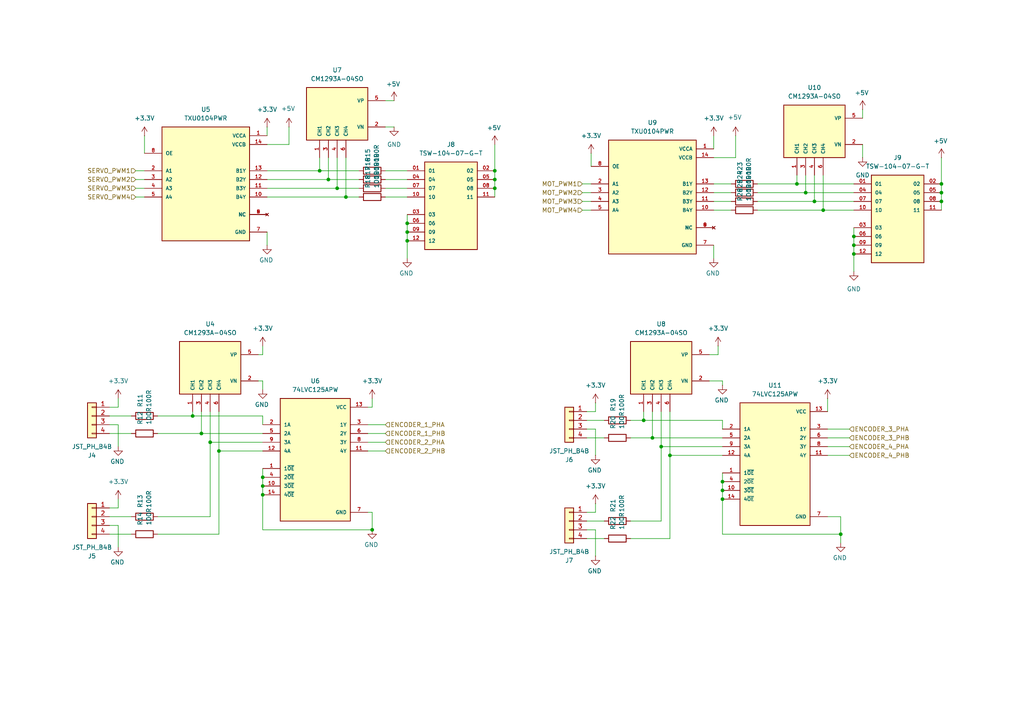
<source format=kicad_sch>
(kicad_sch (version 20231120) (generator "eeschema") (generator_version "8.0")
  (paper "A4")
  (lib_symbols
    (symbol "74LVC125APW:74LVC125APW" (pin_names (offset 1.016))
      (property "Reference" "U" (at -10.16 18.542 0))
      (property "Value" "74LVC125APW" (at -10.16 -20.32 0))
      (symbol "74LVC125APW_0_0"
        (rectangle (start -10.16 -17.78) (end 10.16 17.78) (stroke (width 0.254)) (fill (type background)))
        (pin input line (at -15.24 -2.54 0) (length 5.08) (name "1~{OE}") (number "1"))
        (pin input line (at -15.24 -7.62 0) (length 5.08) (name "3~{OE}") (number "10"))
        (pin output line (at 15.24 2.54 180) (length 5.08) (name "4Y") (number "11"))
        (pin input line (at -15.24 2.54 0) (length 5.08) (name "4A") (number "12"))
        (pin power_in line (at 15.24 15.24 180) (length 5.08) (name "VCC") (number "13"))
        (pin input line (at -15.24 -10.16 0) (length 5.08) (name "4~{OE}") (number "14"))
        (pin input line (at -15.24 10.16 0) (length 5.08) (name "1A") (number "2"))
        (pin output line (at 15.24 10.16 180) (length 5.08) (name "1Y") (number "3"))
        (pin input line (at -15.24 -5.08 0) (length 5.08) (name "2~{OE}") (number "4"))
        (pin input line (at -15.24 7.62 0) (length 5.08) (name "2A") (number "5"))
        (pin output line (at 15.24 7.62 180) (length 5.08) (name "2Y") (number "6"))
        (pin power_in line (at 15.24 -15.24 180) (length 5.08) (name "GND") (number "7"))
        (pin output line (at 15.24 5.08 180) (length 5.08) (name "3Y") (number "8"))
        (pin input line (at -15.24 5.08 0) (length 5.08) (name "3A") (number "9"))
      )
    )
    (symbol "CM1293A-04SO:CM1293A-04SO" (pin_names (offset 1.016))
      (property "Reference" "U" (at 4.826 7.366 0))
      (property "Value" "CM1293A-04SO" (at 19.05 -12.7 0))
      (symbol "CM1293A-04SO_0_0"
        (rectangle (start 5.08 5.08) (end 22.86 -10.16) (stroke (width 0.254)) (fill (type background)))
        (pin bidirectional line (at 8.89 -15.24 90) (length 5.08) (name "CH1") (number "1"))
        (pin bidirectional line (at 27.94 -6.35 180) (length 5.08) (name "VN") (number "2"))
        (pin bidirectional line (at 11.43 -15.24 90) (length 5.08) (name "CH2") (number "3"))
        (pin bidirectional line (at 13.97 -15.24 90) (length 5.08) (name "CH3") (number "4"))
        (pin bidirectional line (at 27.94 1.27 180) (length 5.08) (name "VP") (number "5"))
        (pin bidirectional line (at 16.51 -15.24 90) (length 5.08) (name "CH4") (number "6"))
      )
    )
    (symbol "Connector_Generic:Conn_01x04" (pin_names (offset 1.016) hide)
      (property "Reference" "J" (at 0 5.08 0))
      (property "Value" "Conn_01x04" (at 0 -7.62 0))
      (symbol "Conn_01x04_1_1"
        (rectangle (start -1.27 -4.953) (end 0 -5.207) (stroke (width 0.1524)))
        (rectangle (start -1.27 -2.413) (end 0 -2.667) (stroke (width 0.1524)))
        (rectangle (start -1.27 0.127) (end 0 -0.127) (stroke (width 0.1524)))
        (rectangle (start -1.27 2.667) (end 0 2.413) (stroke (width 0.1524)))
        (rectangle (start -1.27 3.81) (end 1.27 -6.35) (stroke (width 0.254)) (fill (type background)))
        (pin passive line (at -5.08 2.54 0) (length 3.81) (name "Pin_1") (number "1"))
        (pin passive line (at -5.08 0 0) (length 3.81) (name "Pin_2") (number "2"))
        (pin passive line (at -5.08 -2.54 0) (length 3.81) (name "Pin_3") (number "3"))
        (pin passive line (at -5.08 -5.08 0) (length 3.81) (name "Pin_4") (number "4"))
      )
    )
    (symbol "Device:R" (pin_numbers hide) (pin_names (offset 0))
      (property "Reference" "R" (at 2.032 0 90))
      (property "Value" "R" (at 0 0 90))
      (symbol "R_0_1"
        (rectangle (start -1.016 -2.54) (end 1.016 2.54) (stroke (width 0.254)))
      )
      (symbol "R_1_1"
        (pin passive line (at 0 3.81 270) (length 1.27) (name "~") (number "1"))
        (pin passive line (at 0 -3.81 90) (length 1.27) (name "~") (number "2"))
      )
    )
    (symbol "TSW-104-07-G-T:TSW-104-07-G-T" (pin_names (offset 1.016))
      (property "Reference" "J" (at -8.12 12.7 0))
      (property "Value" "TSW-104-07-G-T" (at -7.62 -15.24 0))
      (symbol "TSW-104-07-G-T_0_0"
        (rectangle (start -7.62 -12.7) (end 7.62 12.7) (stroke (width 0.254)) (fill (type background)))
        (pin passive line (at -12.7 10.16 0) (length 5.08) (name "01") (number "01"))
        (pin passive line (at 12.7 10.16 180) (length 5.08) (name "02") (number "02"))
        (pin passive line (at -12.7 -2.54 0) (length 5.08) (name "03") (number "03"))
        (pin passive line (at -12.7 7.62 0) (length 5.08) (name "04") (number "04"))
        (pin passive line (at 12.7 7.62 180) (length 5.08) (name "05") (number "05"))
        (pin passive line (at -12.7 -5.08 0) (length 5.08) (name "06") (number "06"))
        (pin passive line (at -12.7 5.08 0) (length 5.08) (name "07") (number "07"))
        (pin passive line (at 12.7 5.08 180) (length 5.08) (name "08") (number "08"))
        (pin passive line (at -12.7 -7.62 0) (length 5.08) (name "09") (number "09"))
        (pin passive line (at -12.7 2.54 0) (length 5.08) (name "10") (number "10"))
        (pin passive line (at 12.7 2.54 180) (length 5.08) (name "11") (number "11"))
        (pin passive line (at -12.7 -10.16 0) (length 5.08) (name "12") (number "12"))
      )
    )
    (symbol "TXU0104PWR:TXU0104PWR" (pin_names (offset 1.016))
      (property "Reference" "U" (at -12.954 16.002 0))
      (property "Value" "TXU0104PWR" (at -12.7 -20.32 0))
      (symbol "TXU0104PWR_0_0"
        (rectangle (start -12.7 -17.78) (end 12.7 15.24) (stroke (width 0.254)) (fill (type background)))
        (pin power_in line (at 17.78 12.7 180) (length 5.08) (name "VCCA") (number "1"))
        (pin output line (at 17.78 -5.08 180) (length 5.08) (name "B4Y") (number "10"))
        (pin output line (at 17.78 -2.54 180) (length 5.08) (name "B3Y") (number "11"))
        (pin output line (at 17.78 0 180) (length 5.08) (name "B2Y") (number "12"))
        (pin output line (at 17.78 2.54 180) (length 5.08) (name "B1Y") (number "13"))
        (pin power_in line (at 17.78 10.16 180) (length 5.08) (name "VCCB") (number "14"))
        (pin input line (at -17.78 2.54 0) (length 5.08) (name "A1") (number "2"))
        (pin input line (at -17.78 0 0) (length 5.08) (name "A2") (number "3"))
        (pin input line (at -17.78 -2.54 0) (length 5.08) (name "A3") (number "4"))
        (pin input line (at -17.78 -5.08 0) (length 5.08) (name "A4") (number "5"))
        (pin no_connect line (at 17.78 -10.16 180) (length 5.08) (name "NC") (number "6"))
        (pin power_in line (at 17.78 -15.24 180) (length 5.08) (name "GND") (number "7"))
        (pin input line (at -17.78 7.62 0) (length 5.08) (name "OE") (number "8"))
        (pin no_connect line (at 17.78 -10.16 180) (length 5.08) (name "NC") (number "9"))
      )
    )
    (symbol "power:+3.3V" (power) (pin_numbers hide) (pin_names (offset 0) hide)
      (property "Value" "+3.3V" (at 0 3.556 0))
      (symbol "+3.3V_0_1"
        (polyline (pts (xy -0.762 1.27) (xy 0 2.54)))
        (polyline (pts (xy 0 0) (xy 0 2.54)))
        (polyline (pts (xy 0 2.54) (xy 0.762 1.27)))
      )
      (symbol "+3.3V_1_1"
        (pin power_in line (at 0 0 90) (length 0) (name "~") (number "1"))
      )
    )
    (symbol "power:+5V" (power) (pin_numbers hide) (pin_names (offset 0) hide)
      (property "Value" "+5V" (at 0 3.556 0))
      (symbol "+5V_0_1"
        (polyline (pts (xy -0.762 1.27) (xy 0 2.54)))
        (polyline (pts (xy 0 0) (xy 0 2.54)))
        (polyline (pts (xy 0 2.54) (xy 0.762 1.27)))
      )
      (symbol "+5V_1_1"
        (pin power_in line (at 0 0 90) (length 0) (name "~") (number "1"))
      )
    )
    (symbol "power:GND" (power) (pin_numbers hide) (pin_names (offset 0) hide)
      (property "Value" "GND" (at 0 -3.81 0))
      (symbol "GND_0_1"
        (polyline (pts (xy 0 0) (xy 0 -1.27) (xy 1.27 -1.27) (xy 0 -2.54) (xy -1.27 -1.27) (xy 0 -1.27)))
      )
      (symbol "GND_1_1"
        (pin power_in line (at 0 0 270) (length 0) (name "~") (number "1"))
      )
    )
  )
  (junction (at 236.22 58.42))
  (junction (at 76.2 143.51))
  (junction (at 95.25 52.07))
  (junction (at 247.65 71.12))
  (junction (at 273.05 53.34))
  (junction (at 209.55 139.7))
  (junction (at 209.55 144.78))
  (junction (at 209.55 142.24))
  (junction (at 118.11 69.85))
  (junction (at 233.68 55.88))
  (junction (at 191.77 129.54))
  (junction (at 273.05 58.42))
  (junction (at 118.11 67.31))
  (junction (at 189.23 127))
  (junction (at 194.31 132.08))
  (junction (at 63.5 130.81))
  (junction (at 92.71 49.53))
  (junction (at 143.51 54.61))
  (junction (at 273.05 55.88))
  (junction (at 143.51 49.53))
  (junction (at 247.65 68.58))
  (junction (at 55.88 120.65))
  (junction (at 60.96 128.27))
  (junction (at 97.79 54.61))
  (junction (at 243.84 154.94))
  (junction (at 247.65 73.66))
  (junction (at 58.42 125.73))
  (junction (at 100.33 57.15))
  (junction (at 231.14 53.34))
  (junction (at 238.76 60.96))
  (junction (at 107.95 153.67))
  (junction (at 186.69 121.92))
  (junction (at 143.51 52.07))
  (junction (at 76.2 140.97))
  (junction (at 118.11 64.77))
  (junction (at 76.2 138.43))
  (wire (pts (xy 172.72 124.46) (xy 172.72 132.08)))
  (wire (pts (xy 273.05 55.88) (xy 273.05 58.42)))
  (wire (pts (xy 34.29 144.78) (xy 34.29 147.32)))
  (wire (pts (xy 31.75 147.32) (xy 34.29 147.32)))
  (wire (pts (xy 240.03 149.86) (xy 243.84 149.86)))
  (wire (pts (xy 207.01 55.88) (xy 212.09 55.88)))
  (wire (pts (xy 194.31 132.08) (xy 209.55 132.08)))
  (wire (pts (xy 111.76 52.07) (xy 118.11 52.07)))
  (wire (pts (xy 207.01 39.37) (xy 207.01 43.18)))
  (wire (pts (xy 58.42 125.73) (xy 76.2 125.73)))
  (wire (pts (xy 170.18 156.21) (xy 175.26 156.21)))
  (wire (pts (xy 76.2 138.43) (xy 76.2 140.97)))
  (wire (pts (xy 31.75 149.86) (xy 38.1 149.86)))
  (wire (pts (xy 207.01 45.72) (xy 213.36 45.72)))
  (wire (pts (xy 77.47 41.91) (xy 83.82 41.91)))
  (wire (pts (xy 76.2 100.33) (xy 76.2 102.87)))
  (wire (pts (xy 219.71 58.42) (xy 236.22 58.42)))
  (wire (pts (xy 143.51 41.91) (xy 143.51 49.53)))
  (wire (pts (xy 273.05 45.72) (xy 273.05 53.34)))
  (wire (pts (xy 209.55 139.7) (xy 209.55 142.24)))
  (wire (pts (xy 34.29 123.19) (xy 34.29 129.54)))
  (wire (pts (xy 60.96 128.27) (xy 60.96 149.86)))
  (wire (pts (xy 97.79 45.72) (xy 97.79 54.61)))
  (wire (pts (xy 240.03 127) (xy 246.38 127)))
  (wire (pts (xy 77.47 54.61) (xy 97.79 54.61)))
  (wire (pts (xy 205.74 110.49) (xy 209.55 110.49)))
  (wire (pts (xy 168.91 58.42) (xy 171.45 58.42)))
  (wire (pts (xy 182.88 151.13) (xy 191.77 151.13)))
  (wire (pts (xy 106.68 118.11) (xy 107.95 118.11)))
  (wire (pts (xy 189.23 127) (xy 189.23 119.38)))
  (wire (pts (xy 247.65 71.12) (xy 247.65 73.66)))
  (wire (pts (xy 100.33 45.72) (xy 100.33 57.15)))
  (wire (pts (xy 172.72 146.05) (xy 172.72 148.59)))
  (wire (pts (xy 111.76 36.83) (xy 114.3 36.83)))
  (wire (pts (xy 194.31 132.08) (xy 194.31 156.21)))
  (wire (pts (xy 213.36 45.72) (xy 213.36 39.37)))
  (wire (pts (xy 170.18 121.92) (xy 175.26 121.92)))
  (wire (pts (xy 236.22 58.42) (xy 247.65 58.42)))
  (wire (pts (xy 45.72 154.94) (xy 63.5 154.94)))
  (wire (pts (xy 240.03 115.57) (xy 240.03 119.38)))
  (wire (pts (xy 209.55 144.78) (xy 209.55 154.94)))
  (wire (pts (xy 31.75 154.94) (xy 38.1 154.94)))
  (wire (pts (xy 186.69 121.92) (xy 209.55 121.92)))
  (wire (pts (xy 107.95 148.59) (xy 107.95 153.67)))
  (wire (pts (xy 170.18 148.59) (xy 172.72 148.59)))
  (wire (pts (xy 92.71 49.53) (xy 104.14 49.53)))
  (wire (pts (xy 63.5 130.81) (xy 63.5 154.94)))
  (wire (pts (xy 55.88 120.65) (xy 76.2 120.65)))
  (wire (pts (xy 240.03 129.54) (xy 246.38 129.54)))
  (wire (pts (xy 111.76 29.21) (xy 114.3 29.21)))
  (wire (pts (xy 106.68 125.73) (xy 111.76 125.73)))
  (wire (pts (xy 172.72 153.67) (xy 172.72 161.29)))
  (wire (pts (xy 240.03 132.08) (xy 246.38 132.08)))
  (wire (pts (xy 182.88 156.21) (xy 194.31 156.21)))
  (wire (pts (xy 60.96 119.38) (xy 60.96 128.27)))
  (wire (pts (xy 273.05 58.42) (xy 273.05 60.96)))
  (wire (pts (xy 63.5 130.81) (xy 76.2 130.81)))
  (wire (pts (xy 168.91 55.88) (xy 171.45 55.88)))
  (wire (pts (xy 194.31 119.38) (xy 194.31 132.08)))
  (wire (pts (xy 63.5 119.38) (xy 63.5 130.81)))
  (wire (pts (xy 250.19 31.75) (xy 250.19 34.29)))
  (wire (pts (xy 170.18 119.38) (xy 172.72 119.38)))
  (wire (pts (xy 209.55 154.94) (xy 243.84 154.94)))
  (wire (pts (xy 189.23 127) (xy 209.55 127)))
  (wire (pts (xy 45.72 120.65) (xy 55.88 120.65)))
  (wire (pts (xy 111.76 49.53) (xy 118.11 49.53)))
  (wire (pts (xy 92.71 45.72) (xy 92.71 49.53)))
  (wire (pts (xy 118.11 69.85) (xy 118.11 74.93)))
  (wire (pts (xy 209.55 137.16) (xy 209.55 139.7)))
  (wire (pts (xy 39.37 57.15) (xy 41.91 57.15)))
  (wire (pts (xy 238.76 60.96) (xy 247.65 60.96)))
  (wire (pts (xy 118.11 62.23) (xy 118.11 64.77)))
  (wire (pts (xy 107.95 118.11) (xy 107.95 115.57)))
  (wire (pts (xy 247.65 66.04) (xy 247.65 68.58)))
  (wire (pts (xy 209.55 121.92) (xy 209.55 124.46)))
  (wire (pts (xy 58.42 125.73) (xy 58.42 119.38)))
  (wire (pts (xy 76.2 110.49) (xy 76.2 113.03)))
  (wire (pts (xy 143.51 49.53) (xy 143.51 52.07)))
  (wire (pts (xy 76.2 120.65) (xy 76.2 123.19)))
  (wire (pts (xy 238.76 50.8) (xy 238.76 60.96)))
  (wire (pts (xy 76.2 153.67) (xy 107.95 153.67)))
  (wire (pts (xy 207.01 58.42) (xy 212.09 58.42)))
  (wire (pts (xy 74.93 102.87) (xy 76.2 102.87)))
  (wire (pts (xy 100.33 57.15) (xy 104.14 57.15)))
  (wire (pts (xy 45.72 125.73) (xy 58.42 125.73)))
  (wire (pts (xy 55.88 120.65) (xy 55.88 119.38)))
  (wire (pts (xy 247.65 73.66) (xy 247.65 78.74)))
  (wire (pts (xy 34.29 115.57) (xy 34.29 118.11)))
  (wire (pts (xy 111.76 57.15) (xy 118.11 57.15)))
  (wire (pts (xy 106.68 128.27) (xy 111.76 128.27)))
  (wire (pts (xy 240.03 124.46) (xy 246.38 124.46)))
  (wire (pts (xy 95.25 52.07) (xy 104.14 52.07)))
  (wire (pts (xy 34.29 152.4) (xy 34.29 158.75)))
  (wire (pts (xy 31.75 125.73) (xy 38.1 125.73)))
  (wire (pts (xy 106.68 130.81) (xy 111.76 130.81)))
  (wire (pts (xy 95.25 45.72) (xy 95.25 52.07)))
  (wire (pts (xy 97.79 54.61) (xy 104.14 54.61)))
  (wire (pts (xy 31.75 118.11) (xy 34.29 118.11)))
  (wire (pts (xy 186.69 121.92) (xy 186.69 119.38)))
  (wire (pts (xy 243.84 154.94) (xy 243.84 157.48)))
  (wire (pts (xy 208.28 102.87) (xy 208.28 100.33)))
  (wire (pts (xy 39.37 54.61) (xy 41.91 54.61)))
  (wire (pts (xy 118.11 67.31) (xy 118.11 69.85)))
  (wire (pts (xy 143.51 54.61) (xy 143.51 57.15)))
  (wire (pts (xy 207.01 60.96) (xy 212.09 60.96)))
  (wire (pts (xy 233.68 55.88) (xy 247.65 55.88)))
  (wire (pts (xy 172.72 116.84) (xy 172.72 119.38)))
  (wire (pts (xy 77.47 52.07) (xy 95.25 52.07)))
  (wire (pts (xy 31.75 120.65) (xy 38.1 120.65)))
  (wire (pts (xy 171.45 44.45) (xy 171.45 48.26)))
  (wire (pts (xy 182.88 121.92) (xy 186.69 121.92)))
  (wire (pts (xy 168.91 60.96) (xy 171.45 60.96)))
  (wire (pts (xy 170.18 151.13) (xy 175.26 151.13)))
  (wire (pts (xy 111.76 54.61) (xy 118.11 54.61)))
  (wire (pts (xy 45.72 149.86) (xy 60.96 149.86)))
  (wire (pts (xy 191.77 119.38) (xy 191.77 129.54)))
  (wire (pts (xy 106.68 148.59) (xy 107.95 148.59)))
  (wire (pts (xy 106.68 123.19) (xy 111.76 123.19)))
  (wire (pts (xy 118.11 64.77) (xy 118.11 67.31)))
  (wire (pts (xy 76.2 140.97) (xy 76.2 143.51)))
  (wire (pts (xy 207.01 71.12) (xy 207.01 74.93)))
  (wire (pts (xy 273.05 53.34) (xy 273.05 55.88)))
  (wire (pts (xy 205.74 102.87) (xy 208.28 102.87)))
  (wire (pts (xy 170.18 153.67) (xy 172.72 153.67)))
  (wire (pts (xy 250.19 41.91) (xy 250.19 45.72)))
  (wire (pts (xy 170.18 127) (xy 175.26 127)))
  (wire (pts (xy 39.37 49.53) (xy 41.91 49.53)))
  (wire (pts (xy 231.14 53.34) (xy 247.65 53.34)))
  (wire (pts (xy 209.55 110.49) (xy 209.55 111.76)))
  (wire (pts (xy 77.47 67.31) (xy 77.47 71.12)))
  (wire (pts (xy 209.55 142.24) (xy 209.55 144.78)))
  (wire (pts (xy 191.77 129.54) (xy 209.55 129.54)))
  (wire (pts (xy 243.84 149.86) (xy 243.84 154.94)))
  (wire (pts (xy 41.91 39.37) (xy 41.91 44.45)))
  (wire (pts (xy 39.37 52.07) (xy 41.91 52.07)))
  (wire (pts (xy 233.68 50.8) (xy 233.68 55.88)))
  (wire (pts (xy 231.14 50.8) (xy 231.14 53.34)))
  (wire (pts (xy 168.91 53.34) (xy 171.45 53.34)))
  (wire (pts (xy 143.51 52.07) (xy 143.51 54.61)))
  (wire (pts (xy 31.75 123.19) (xy 34.29 123.19)))
  (wire (pts (xy 31.75 152.4) (xy 34.29 152.4)))
  (wire (pts (xy 219.71 60.96) (xy 238.76 60.96)))
  (wire (pts (xy 76.2 143.51) (xy 76.2 153.67)))
  (wire (pts (xy 76.2 135.89) (xy 76.2 138.43)))
  (wire (pts (xy 60.96 128.27) (xy 76.2 128.27)))
  (wire (pts (xy 236.22 50.8) (xy 236.22 58.42)))
  (wire (pts (xy 191.77 129.54) (xy 191.77 151.13)))
  (wire (pts (xy 219.71 53.34) (xy 231.14 53.34)))
  (wire (pts (xy 207.01 53.34) (xy 212.09 53.34)))
  (wire (pts (xy 247.65 68.58) (xy 247.65 71.12)))
  (wire (pts (xy 77.47 49.53) (xy 92.71 49.53)))
  (wire (pts (xy 83.82 41.91) (xy 83.82 36.83)))
  (wire (pts (xy 77.47 57.15) (xy 100.33 57.15)))
  (wire (pts (xy 219.71 55.88) (xy 233.68 55.88)))
  (wire (pts (xy 77.47 36.83) (xy 77.47 39.37)))
  (wire (pts (xy 74.93 110.49) (xy 76.2 110.49)))
  (wire (pts (xy 170.18 124.46) (xy 172.72 124.46)))
  (wire (pts (xy 182.88 127) (xy 189.23 127)))
  (hierarchical_label "ENCODER_4_PHB" (shape input) (at 246.38 132.08 0))
  (hierarchical_label "ENCODER_3_PHB" (shape input) (at 246.38 127 0))
  (hierarchical_label "MOT_PWM4" (shape input) (at 168.91 60.96 180))
  (hierarchical_label "SERVO_PWM1" (shape input) (at 39.37 49.53 180))
  (hierarchical_label "SERVO_PWM4" (shape input) (at 39.37 57.15 180))
  (hierarchical_label "SERVO_PWM3" (shape input) (at 39.37 54.61 180))
  (hierarchical_label "ENCODER_3_PHA" (shape input) (at 246.38 124.46 0))
  (hierarchical_label "SERVO_PWM2" (shape input) (at 39.37 52.07 180))
  (hierarchical_label "ENCODER_1_PHB" (shape input) (at 111.76 125.73 0))
  (hierarchical_label "MOT_PWM2" (shape input) (at 168.91 55.88 180))
  (hierarchical_label "ENCODER_1_PHA" (shape input) (at 111.76 123.19 0))
  (hierarchical_label "MOT_PWM3" (shape input) (at 168.91 58.42 180))
  (hierarchical_label "MOT_PWM1" (shape input) (at 168.91 53.34 180))
  (hierarchical_label "ENCODER_2_PHA" (shape input) (at 111.76 128.27 0))
  (hierarchical_label "ENCODER_2_PHB" (shape input) (at 111.76 130.81 0))
  (hierarchical_label "ENCODER_4_PHA" (shape input) (at 246.38 129.54 0))
  (symbol (lib_id "Device:R") (at 107.95 52.07 90) (unit 1)
    (property "Reference" "R16" (at 106.6799 49.53 0) (effects (justify left)))
    (property "Value" "100R" (at 109.2199 49.53 0) (effects (justify left)))
    (property "Footprint" "Resistor_SMD:R_0805_2012Metric_Pad1.20x1.40mm_HandSolder" (effects (hide yes)))
    (property "Description" "Resistor" (effects (hide yes)))
  )
  (symbol (lib_id "power:GND") (at 107.95 153.67 0) (unit 1)
    (property "Reference" "#PWR049" (effects (hide yes)))
    (property "Value" "GND" (at 107.696 157.988 0))
    (property "Description" "Power symbol creates a global label with name \"GND\" , ground" (effects (hide yes)))
  )
  (symbol (lib_id "Connector_Generic:Conn_01x04") (at 165.1 151.13 0) (mirror y) (unit 1)
    (property "Reference" "J7" (at 165.1 162.56 0))
    (property "Value" "JST_PH_B4B" (at 165.1 160.02 0))
    (property "Footprint" "Connector_JST:JST_PH_B4B-PH-K_1x04_P2.00mm_Vertical" (effects (hide yes)))
    (property "Description" "Generic connector, single row, 01x04, script generated (kicad-library-utils/schlib/autogen/connector/)" (effects (hide yes)))
  )
  (symbol (lib_id "Device:R") (at 41.91 125.73 90) (unit 1)
    (property "Reference" "R12" (at 40.6399 123.19 0) (effects (justify left)))
    (property "Value" "100R" (at 43.1799 123.19 0) (effects (justify left)))
    (property "Footprint" "Resistor_SMD:R_0805_2012Metric_Pad1.20x1.40mm_HandSolder" (effects (hide yes)))
    (property "Description" "Resistor" (effects (hide yes)))
  )
  (symbol (lib_id "CM1293A-04SO:CM1293A-04SO") (at 46.99 104.14 0) (unit 1)
    (property "Reference" "U4" (at 60.96 93.98 0))
    (property "Value" "CM1293A-04SO" (at 60.96 96.52 0))
    (property "Footprint" "CM1293A-04SO:SOT95P285X140-6N" (effects (hide yes)))
    (property "MF" "ON Semiconductor" (effects (hide yes)))
  )
  (symbol (lib_id "power:+3.3V") (at 207.01 39.37 0) (unit 1)
    (property "Reference" "#PWR038" (effects (hide yes)))
    (property "Value" "+3.3V" (at 207.01 34.29 0))
    (property "Description" "Power symbol creates a global label with name \"+3.3V\"" (effects (hide yes)))
  )
  (symbol (lib_id "Connector_Generic:Conn_01x04") (at 26.67 149.86 0) (mirror y) (unit 1)
    (property "Reference" "J5" (at 26.67 161.29 0))
    (property "Value" "JST_PH_B4B" (at 26.67 158.75 0))
    (property "Footprint" "Connector_JST:JST_PH_B4B-PH-K_1x04_P2.00mm_Vertical" (effects (hide yes)))
    (property "Description" "Generic connector, single row, 01x04, script generated (kicad-library-utils/schlib/autogen/connector/)" (effects (hide yes)))
  )
  (symbol (lib_id "Device:R") (at 215.9 53.34 90) (unit 1)
    (property "Reference" "R23" (at 214.6299 50.8 0) (effects (justify left)))
    (property "Value" "100R" (at 217.1699 50.8 0) (effects (justify left)))
    (property "Footprint" "Resistor_SMD:R_0805_2012Metric_Pad1.20x1.40mm_HandSolder" (effects (hide yes)))
    (property "Description" "Resistor" (effects (hide yes)))
  )
  (symbol (lib_id "TSW-104-07-G-T:TSW-104-07-G-T") (at 130.81 59.69 0) (unit 1)
    (property "Reference" "J8" (at 130.81 41.91 0))
    (property "Value" "TSW-104-07-G-T" (at 130.81 44.45 0))
    (property "Footprint" "TSW-104-07-G-T:SAMTEC_TSW-104-07-G-T" (effects (hide yes)))
    (property "MF" "Samtec Inc." (effects (hide yes)))
    (property "Description_1" "\nTSW - Samtec 2.54mm Pin Header 10.92mm Overall Pin Length (07) - Fast Stock\n" (effects (hide yes)))
    (property "Package" "None" (effects (hide yes)))
    (property "Price" "None" (effects (hide yes)))
    (property "Check_prices" "https://www.snapeda.com/parts/TSW-104-07-G-T/Samtec+Inc./view-part/?ref=eda" (effects (hide yes)))
    (property "STANDARD" "Manufacturer Recommendations" (effects (hide yes)))
    (property "PARTREV" "R" (effects (hide yes)))
    (property "SnapEDA_Link" "https://www.snapeda.com/parts/TSW-104-07-G-T/Samtec+Inc./view-part/?ref=snap" (effects (hide yes)))
    (property "MP" "TSW-104-07-G-T" (effects (hide yes)))
    (property "Availability" "In Stock" (effects (hide yes)))
    (property "MANUFACTURER" "Samtec Inc." (effects (hide yes)))
  )
  (symbol (lib_id "power:GND") (at 209.55 111.76 0) (unit 1)
    (property "Reference" "#PWR052" (effects (hide yes)))
    (property "Value" "GND" (at 209.296 116.078 0))
    (property "Description" "Power symbol creates a global label with name \"GND\" , ground" (effects (hide yes)))
  )
  (symbol (lib_id "74LVC125APW:74LVC125APW") (at 91.44 133.35 0) (unit 1)
    (property "Reference" "U6" (at 91.44 110.49 0))
    (property "Value" "74LVC125APW" (at 91.44 113.03 0))
    (property "Footprint" "74LVC125APW:IC_74LVC125APW" (effects (hide yes)))
    (property "MF" "Nexperia USA" (effects (hide yes)))
    (property "MAXIMUM_PACKAGE_HEIGHT" "1.1mm" (effects (hide yes)))
    (property "Package" "TSSOP-14 Texas Instruments" (effects (hide yes)))
    (property "Price" "None" (effects (hide yes)))
    (property "Check_prices" "https://www.snapeda.com/parts/74LVC125APW-T/Nexperia/view-part/?ref=eda" (effects (hide yes)))
    (property "STANDARD" "Manufacturer Recommendations" (effects (hide yes)))
    (property "PARTREV" "9" (effects (hide yes)))
    (property "SnapEDA_Link" "https://www.snapeda.com/parts/74LVC125APW-T/Nexperia/view-part/?ref=snap" (effects (hide yes)))
    (property "MP" "74LVC125APW-T" (effects (hide yes)))
    (property "Purchase-URL" "https://www.snapeda.com/api/url_track_click_mouser/?unipart_id=457283&manufacturer=Nexperia USA&part_name=74LVC125APW-T&search_term=74lvc125" (effects (hide yes)))
    (property "Description_1" "\nBuffer, Non-Inverting 4 Element 1 Bit per Element 3-State Output 14-TSSOP\n" (effects (hide yes)))
    (property "MANUFACTURER" "Nexperia" (effects (hide yes)))
    (property "Availability" "Not in stock" (effects (hide yes)))
    (property "SNAPEDA_PN" "74LVC125APW" (effects (hide yes)))
  )
  (symbol (lib_id "power:GND") (at 34.29 129.54 0) (unit 1)
    (property "Reference" "#PWR056" (effects (hide yes)))
    (property "Value" "GND" (at 34.036 133.858 0))
    (property "Description" "Power symbol creates a global label with name \"GND\" , ground" (effects (hide yes)))
  )
  (symbol (lib_id "TSW-104-07-G-T:TSW-104-07-G-T") (at 260.35 63.5 0) (unit 1)
    (property "Reference" "J9" (at 260.35 45.72 0))
    (property "Value" "TSW-104-07-G-T" (at 260.35 48.26 0))
    (property "Footprint" "TSW-104-07-G-T:SAMTEC_TSW-104-07-G-T" (effects (hide yes)))
    (property "MF" "Samtec Inc." (effects (hide yes)))
    (property "Description_1" "\nTSW - Samtec 2.54mm Pin Header 10.92mm Overall Pin Length (07) - Fast Stock\n" (effects (hide yes)))
    (property "Package" "None" (effects (hide yes)))
    (property "Price" "None" (effects (hide yes)))
    (property "Check_prices" "https://www.snapeda.com/parts/TSW-104-07-G-T/Samtec+Inc./view-part/?ref=eda" (effects (hide yes)))
    (property "STANDARD" "Manufacturer Recommendations" (effects (hide yes)))
    (property "PARTREV" "R" (effects (hide yes)))
    (property "SnapEDA_Link" "https://www.snapeda.com/parts/TSW-104-07-G-T/Samtec+Inc./view-part/?ref=snap" (effects (hide yes)))
    (property "MP" "TSW-104-07-G-T" (effects (hide yes)))
    (property "Availability" "In Stock" (effects (hide yes)))
    (property "MANUFACTURER" "Samtec Inc." (effects (hide yes)))
  )
  (symbol (lib_id "power:+5V") (at 114.3 29.21 0) (unit 1)
    (property "Reference" "#PWR029" (effects (hide yes)))
    (property "Value" "+5V" (at 114.046 24.384 0))
    (property "Description" "Power symbol creates a global label with name \"+5V\"" (effects (hide yes)))
  )
  (symbol (lib_id "power:GND") (at 172.72 161.29 0) (unit 1)
    (property "Reference" "#PWR054" (effects (hide yes)))
    (property "Value" "GND" (at 172.466 165.608 0))
    (property "Description" "Power symbol creates a global label with name \"GND\" , ground" (effects (hide yes)))
  )
  (symbol (lib_id "Device:R") (at 41.91 149.86 90) (unit 1)
    (property "Reference" "R13" (at 40.6399 147.32 0) (effects (justify left)))
    (property "Value" "100R" (at 43.1799 147.32 0) (effects (justify left)))
    (property "Footprint" "Resistor_SMD:R_0805_2012Metric_Pad1.20x1.40mm_HandSolder" (effects (hide yes)))
    (property "Description" "Resistor" (effects (hide yes)))
  )
  (symbol (lib_id "power:+3.3V") (at 171.45 44.45 0) (unit 1)
    (property "Reference" "#PWR037" (effects (hide yes)))
    (property "Value" "+3.3V" (at 171.45 39.37 0))
    (property "Description" "Power symbol creates a global label with name \"+3.3V\"" (effects (hide yes)))
  )
  (symbol (lib_id "Connector_Generic:Conn_01x04") (at 26.67 120.65 0) (mirror y) (unit 1)
    (property "Reference" "J4" (at 26.67 132.08 0))
    (property "Value" "JST_PH_B4B" (at 26.67 129.54 0))
    (property "Footprint" "Connector_JST:JST_PH_B4B-PH-K_1x04_P2.00mm_Vertical" (effects (hide yes)))
    (property "Description" "Generic connector, single row, 01x04, script generated (kicad-library-utils/schlib/autogen/connector/)" (effects (hide yes)))
  )
  (symbol (lib_id "power:+3.3V") (at 240.03 115.57 0) (unit 1)
    (property "Reference" "#PWR047" (effects (hide yes)))
    (property "Value" "+3.3V" (at 240.03 110.49 0))
    (property "Description" "Power symbol creates a global label with name \"+3.3V\"" (effects (hide yes)))
  )
  (symbol (lib_id "power:+3.3V") (at 41.91 39.37 0) (unit 1)
    (property "Reference" "#PWR01" (effects (hide yes)))
    (property "Value" "+3.3V" (at 41.91 34.29 0))
    (property "Description" "Power symbol creates a global label with name \"+3.3V\"" (effects (hide yes)))
  )
  (symbol (lib_id "power:+3.3V") (at 172.72 146.05 0) (unit 1)
    (property "Reference" "#PWR057" (effects (hide yes)))
    (property "Value" "+3.3V" (at 172.72 140.97 0))
    (property "Description" "Power symbol creates a global label with name \"+3.3V\"" (effects (hide yes)))
  )
  (symbol (lib_id "power:GND") (at 76.2 113.03 0) (unit 1)
    (property "Reference" "#PWR051" (effects (hide yes)))
    (property "Value" "GND" (at 75.946 117.348 0))
    (property "Description" "Power symbol creates a global label with name \"GND\" , ground" (effects (hide yes)))
  )
  (symbol (lib_id "Device:R") (at 215.9 58.42 90) (unit 1)
    (property "Reference" "R25" (at 214.6299 55.88 0) (effects (justify left)))
    (property "Value" "100R" (at 217.1699 55.88 0) (effects (justify left)))
    (property "Footprint" "Resistor_SMD:R_0805_2012Metric_Pad1.20x1.40mm_HandSolder" (effects (hide yes)))
    (property "Description" "Resistor" (effects (hide yes)))
  )
  (symbol (lib_id "Device:R") (at 41.91 154.94 90) (unit 1)
    (property "Reference" "R14" (at 40.6399 152.4 0) (effects (justify left)))
    (property "Value" "100R" (at 43.1799 152.4 0) (effects (justify left)))
    (property "Footprint" "Resistor_SMD:R_0805_2012Metric_Pad1.20x1.40mm_HandSolder" (effects (hide yes)))
    (property "Description" "Resistor" (effects (hide yes)))
  )
  (symbol (lib_id "CM1293A-04SO:CM1293A-04SO") (at 177.8 104.14 0) (unit 1)
    (property "Reference" "U8" (at 191.77 93.98 0))
    (property "Value" "CM1293A-04SO" (at 191.77 96.52 0))
    (property "Footprint" "CM1293A-04SO:SOT95P285X140-6N" (effects (hide yes)))
    (property "MF" "ON Semiconductor" (effects (hide yes)))
  )
  (symbol (lib_id "power:+3.3V") (at 77.47 36.83 0) (unit 1)
    (property "Reference" "#PWR021" (effects (hide yes)))
    (property "Value" "+3.3V" (at 77.47 31.75 0))
    (property "Description" "Power symbol creates a global label with name \"+3.3V\"" (effects (hide yes)))
  )
  (symbol (lib_id "power:+3.3V") (at 34.29 144.78 0) (unit 1)
    (property "Reference" "#PWR060" (effects (hide yes)))
    (property "Value" "+3.3V" (at 34.29 139.7 0))
    (property "Description" "Power symbol creates a global label with name \"+3.3V\"" (effects (hide yes)))
  )
  (symbol (lib_id "power:GND") (at 247.65 78.74 0) (unit 1)
    (property "Reference" "#PWR041" (effects (hide yes)))
    (property "Value" "GND" (at 247.65 83.82 0))
    (property "Description" "Power symbol creates a global label with name \"GND\" , ground" (effects (hide yes)))
  )
  (symbol (lib_id "power:+3.3V") (at 172.72 116.84 0) (unit 1)
    (property "Reference" "#PWR058" (effects (hide yes)))
    (property "Value" "+3.3V" (at 172.72 111.76 0))
    (property "Description" "Power symbol creates a global label with name \"+3.3V\"" (effects (hide yes)))
  )
  (symbol (lib_id "Device:R") (at 215.9 55.88 90) (unit 1)
    (property "Reference" "R24" (at 214.6299 53.34 0) (effects (justify left)))
    (property "Value" "100R" (at 217.1699 53.34 0) (effects (justify left)))
    (property "Footprint" "Resistor_SMD:R_0805_2012Metric_Pad1.20x1.40mm_HandSolder" (effects (hide yes)))
    (property "Description" "Resistor" (effects (hide yes)))
  )
  (symbol (lib_id "Device:R") (at 179.07 156.21 90) (unit 1)
    (property "Reference" "R22" (at 177.7999 153.67 0) (effects (justify left)))
    (property "Value" "100R" (at 180.3399 153.67 0) (effects (justify left)))
    (property "Footprint" "Resistor_SMD:R_0805_2012Metric_Pad1.20x1.40mm_HandSolder" (effects (hide yes)))
    (property "Description" "Resistor" (effects (hide yes)))
  )
  (symbol (lib_id "power:GND") (at 77.47 71.12 0) (unit 1)
    (property "Reference" "#PWR022" (effects (hide yes)))
    (property "Value" "GND" (at 77.216 75.438 0))
    (property "Description" "Power symbol creates a global label with name \"GND\" , ground" (effects (hide yes)))
  )
  (symbol (lib_id "Device:R") (at 107.95 57.15 90) (unit 1)
    (property "Reference" "R18" (at 106.6799 54.61 0) (effects (justify left)))
    (property "Value" "100R" (at 109.2199 54.61 0) (effects (justify left)))
    (property "Footprint" "Resistor_SMD:R_0805_2012Metric_Pad1.20x1.40mm_HandSolder" (effects (hide yes)))
    (property "Description" "Resistor" (effects (hide yes)))
  )
  (symbol (lib_id "Device:R") (at 107.95 54.61 90) (unit 1)
    (property "Reference" "R17" (at 106.6799 52.07 0) (effects (justify left)))
    (property "Value" "100R" (at 109.2199 52.07 0) (effects (justify left)))
    (property "Footprint" "Resistor_SMD:R_0805_2012Metric_Pad1.20x1.40mm_HandSolder" (effects (hide yes)))
    (property "Description" "Resistor" (effects (hide yes)))
  )
  (symbol (lib_id "power:+3.3V") (at 76.2 100.33 0) (unit 1)
    (property "Reference" "#PWR045" (effects (hide yes)))
    (property "Value" "+3.3V" (at 76.2 95.25 0))
    (property "Description" "Power symbol creates a global label with name \"+3.3V\"" (effects (hide yes)))
  )
  (symbol (lib_id "power:GND") (at 207.01 74.93 0) (unit 1)
    (property "Reference" "#PWR039" (effects (hide yes)))
    (property "Value" "GND" (at 206.756 79.248 0))
    (property "Description" "Power symbol creates a global label with name \"GND\" , ground" (effects (hide yes)))
  )
  (symbol (lib_id "power:GND") (at 250.19 45.72 0) (unit 1)
    (property "Reference" "#PWR043" (effects (hide yes)))
    (property "Value" "GND" (at 250.19 50.8 0))
    (property "Description" "Power symbol creates a global label with name \"GND\" , ground" (effects (hide yes)))
  )
  (symbol (lib_id "power:GND") (at 118.11 74.93 0) (unit 1)
    (property "Reference" "#PWR035" (effects (hide yes)))
    (property "Value" "GND" (at 117.856 79.248 0))
    (property "Description" "Power symbol creates a global label with name \"GND\" , ground" (effects (hide yes)))
  )
  (symbol (lib_id "Device:R") (at 107.95 49.53 90) (unit 1)
    (property "Reference" "R15" (at 106.6799 46.99 0) (effects (justify left)))
    (property "Value" "100R" (at 109.2199 46.99 0) (effects (justify left)))
    (property "Footprint" "Resistor_SMD:R_0805_2012Metric_Pad1.20x1.40mm_HandSolder" (effects (hide yes)))
    (property "Description" "Resistor" (effects (hide yes)))
  )
  (symbol (lib_id "power:GND") (at 34.29 158.75 0) (unit 1)
    (property "Reference" "#PWR053" (effects (hide yes)))
    (property "Value" "GND" (at 34.036 163.068 0))
    (property "Description" "Power symbol creates a global label with name \"GND\" , ground" (effects (hide yes)))
  )
  (symbol (lib_id "power:+5V") (at 213.36 39.37 0) (unit 1)
    (property "Reference" "#PWR040" (effects (hide yes)))
    (property "Value" "+5V" (at 213.106 34.036 0))
    (property "Description" "Power symbol creates a global label with name \"+5V\"" (effects (hide yes)))
  )
  (symbol (lib_id "power:+5V") (at 83.82 36.83 0) (unit 1)
    (property "Reference" "#PWR023" (effects (hide yes)))
    (property "Value" "+5V" (at 83.566 31.496 0))
    (property "Description" "Power symbol creates a global label with name \"+5V\"" (effects (hide yes)))
  )
  (symbol (lib_id "power:+5V") (at 143.51 41.91 0) (unit 1)
    (property "Reference" "#PWR036" (effects (hide yes)))
    (property "Value" "+5V" (at 143.256 37.084 0))
    (property "Description" "Power symbol creates a global label with name \"+5V\"" (effects (hide yes)))
  )
  (symbol (lib_id "CM1293A-04SO:CM1293A-04SO") (at 222.25 35.56 0) (unit 1)
    (property "Reference" "U10" (at 236.22 25.4 0))
    (property "Value" "CM1293A-04SO" (at 236.22 27.94 0))
    (property "Footprint" "CM1293A-04SO:SOT95P285X140-6N" (effects (hide yes)))
    (property "MF" "ON Semiconductor" (effects (hide yes)))
  )
  (symbol (lib_id "Device:R") (at 215.9 60.96 90) (unit 1)
    (property "Reference" "R26" (at 214.6299 58.42 0) (effects (justify left)))
    (property "Value" "100R" (at 217.1699 58.42 0) (effects (justify left)))
    (property "Footprint" "Resistor_SMD:R_0805_2012Metric_Pad1.20x1.40mm_HandSolder" (effects (hide yes)))
    (property "Description" "Resistor" (effects (hide yes)))
  )
  (symbol (lib_id "Device:R") (at 179.07 151.13 90) (unit 1)
    (property "Reference" "R21" (at 177.7999 148.59 0) (effects (justify left)))
    (property "Value" "100R" (at 180.3399 148.59 0) (effects (justify left)))
    (property "Footprint" "Resistor_SMD:R_0805_2012Metric_Pad1.20x1.40mm_HandSolder" (effects (hide yes)))
    (property "Description" "Resistor" (effects (hide yes)))
  )
  (symbol (lib_id "power:GND") (at 243.84 157.48 0) (unit 1)
    (property "Reference" "#PWR050" (effects (hide yes)))
    (property "Value" "GND" (at 243.586 161.798 0))
    (property "Description" "Power symbol creates a global label with name \"GND\" , ground" (effects (hide yes)))
  )
  (symbol (lib_id "TXU0104PWR:TXU0104PWR") (at 189.23 55.88 0) (unit 1)
    (property "Reference" "U9" (at 189.23 35.56 0))
    (property "Value" "TXU0104PWR" (at 189.23 38.1 0))
    (property "Footprint" "TXU0104PWR:SOP65P640X120-14N" (effects (hide yes)))
    (property "MF" "Texas Instruments" (effects (hide yes)))
    (property "MAXIMUM_PACKAGE_HEIGHT" "1.2mm" (effects (hide yes)))
    (property "Package" "None" (effects (hide yes)))
    (property "Price" "None" (effects (hide yes)))
    (property "Check_prices" "https://www.snapeda.com/parts/TXU0104PWR/Texas+Instruments/view-part/?ref=eda" (effects (hide yes)))
    (property "STANDARD" "IPC-7351B" (effects (hide yes)))
    (property "PARTREV" "A" (effects (hide yes)))
    (property "SnapEDA_Link" "https://www.snapeda.com/parts/TXU0104PWR/Texas+Instruments/view-part/?ref=snap" (effects (hide yes)))
    (property "MP" "TXU0104PWR" (effects (hide yes)))
    (property "Purchase-URL" "https://www.snapeda.com/api/url_track_click_mouser/?unipart_id=6309297&manufacturer=Texas Instruments&part_name=TXU0104PWR&search_term=txu0104pwr" (effects (hide yes)))
    (property "Description_1" "\nFour channel unidirectional level shifter\n" (effects (hide yes)))
    (property "Availability" "In Stock" (effects (hide yes)))
    (property "MANUFACTURER" "Texas Instruments" (effects (hide yes)))
  )
  (symbol (lib_id "power:+3.3V") (at 107.95 115.57 0) (unit 1)
    (property "Reference" "#PWR048" (effects (hide yes)))
    (property "Value" "+3.3V" (at 107.95 110.49 0))
    (property "Description" "Power symbol creates a global label with name \"+3.3V\"" (effects (hide yes)))
  )
  (symbol (lib_id "Device:R") (at 41.91 120.65 90) (unit 1)
    (property "Reference" "R11" (at 40.6399 118.11 0) (effects (justify left)))
    (property "Value" "100R" (at 43.1799 118.11 0) (effects (justify left)))
    (property "Footprint" "Resistor_SMD:R_0805_2012Metric_Pad1.20x1.40mm_HandSolder" (effects (hide yes)))
    (property "Description" "Resistor" (effects (hide yes)))
  )
  (symbol (lib_id "Connector_Generic:Conn_01x04") (at 165.1 121.92 0) (mirror y) (unit 1)
    (property "Reference" "J6" (at 165.1 133.35 0))
    (property "Value" "JST_PH_B4B" (at 165.1 130.81 0))
    (property "Footprint" "Connector_JST:JST_PH_B4B-PH-K_1x04_P2.00mm_Vertical" (effects (hide yes)))
    (property "Description" "Generic connector, single row, 01x04, script generated (kicad-library-utils/schlib/autogen/connector/)" (effects (hide yes)))
  )
  (symbol (lib_id "Device:R") (at 179.07 127 90) (unit 1)
    (property "Reference" "R20" (at 177.7999 124.46 0) (effects (justify left)))
    (property "Value" "100R" (at 180.3399 124.46 0) (effects (justify left)))
    (property "Footprint" "Resistor_SMD:R_0805_2012Metric_Pad1.20x1.40mm_HandSolder" (effects (hide yes)))
    (property "Description" "Resistor" (effects (hide yes)))
  )
  (symbol (lib_id "Device:R") (at 179.07 121.92 90) (unit 1)
    (property "Reference" "R19" (at 177.7999 119.38 0) (effects (justify left)))
    (property "Value" "100R" (at 180.3399 119.38 0) (effects (justify left)))
    (property "Footprint" "Resistor_SMD:R_0805_2012Metric_Pad1.20x1.40mm_HandSolder" (effects (hide yes)))
    (property "Description" "Resistor" (effects (hide yes)))
  )
  (symbol (lib_id "power:+5V") (at 250.19 31.75 0) (unit 1)
    (property "Reference" "#PWR042" (effects (hide yes)))
    (property "Value" "+5V" (at 249.936 26.924 0))
    (property "Description" "Power symbol creates a global label with name \"+5V\"" (effects (hide yes)))
  )
  (symbol (lib_id "CM1293A-04SO:CM1293A-04SO") (at 83.82 30.48 0) (unit 1)
    (property "Reference" "U7" (at 97.79 20.32 0))
    (property "Value" "CM1293A-04SO" (at 97.79 22.86 0))
    (property "Footprint" "CM1293A-04SO:SOT95P285X140-6N" (effects (hide yes)))
    (property "MF" "ON Semiconductor" (effects (hide yes)))
  )
  (symbol (lib_id "power:GND") (at 172.72 132.08 0) (unit 1)
    (property "Reference" "#PWR055" (effects (hide yes)))
    (property "Value" "GND" (at 172.466 136.398 0))
    (property "Description" "Power symbol creates a global label with name \"GND\" , ground" (effects (hide yes)))
  )
  (symbol (lib_id "power:GND") (at 114.3 36.83 0) (unit 1)
    (property "Reference" "#PWR034" (effects (hide yes)))
    (property "Value" "GND" (at 114.3 41.91 0))
    (property "Description" "Power symbol creates a global label with name \"GND\" , ground" (effects (hide yes)))
  )
  (symbol (lib_id "power:+5V") (at 273.05 45.72 0) (unit 1)
    (property "Reference" "#PWR044" (effects (hide yes)))
    (property "Value" "+5V" (at 272.796 40.894 0))
    (property "Description" "Power symbol creates a global label with name \"+5V\"" (effects (hide yes)))
  )
  (symbol (lib_id "TXU0104PWR:TXU0104PWR") (at 59.69 52.07 0) (unit 1)
    (property "Reference" "U5" (at 59.69 31.75 0))
    (property "Value" "TXU0104PWR" (at 59.69 34.29 0))
    (property "Footprint" "TXU0104PWR:SOP65P640X120-14N" (effects (hide yes)))
    (property "MF" "Texas Instruments" (effects (hide yes)))
    (property "MAXIMUM_PACKAGE_HEIGHT" "1.2mm" (effects (hide yes)))
    (property "Package" "None" (effects (hide yes)))
    (property "Price" "None" (effects (hide yes)))
    (property "Check_prices" "https://www.snapeda.com/parts/TXU0104PWR/Texas+Instruments/view-part/?ref=eda" (effects (hide yes)))
    (property "STANDARD" "IPC-7351B" (effects (hide yes)))
    (property "PARTREV" "A" (effects (hide yes)))
    (property "SnapEDA_Link" "https://www.snapeda.com/parts/TXU0104PWR/Texas+Instruments/view-part/?ref=snap" (effects (hide yes)))
    (property "MP" "TXU0104PWR" (effects (hide yes)))
    (property "Purchase-URL" "https://www.snapeda.com/api/url_track_click_mouser/?unipart_id=6309297&manufacturer=Texas Instruments&part_name=TXU0104PWR&search_term=txu0104pwr" (effects (hide yes)))
    (property "Description_1" "\nFour channel unidirectional level shifter\n" (effects (hide yes)))
    (property "Availability" "In Stock" (effects (hide yes)))
    (property "MANUFACTURER" "Texas Instruments" (effects (hide yes)))
  )
  (symbol (lib_id "74LVC125APW:74LVC125APW") (at 224.79 134.62 0) (unit 1)
    (property "Reference" "U11" (at 224.79 111.76 0))
    (property "Value" "74LVC125APW" (at 224.79 114.3 0))
    (property "Footprint" "74LVC125APW:IC_74LVC125APW" (effects (hide yes)))
    (property "MF" "Nexperia USA" (effects (hide yes)))
    (property "MAXIMUM_PACKAGE_HEIGHT" "1.1mm" (effects (hide yes)))
    (property "Package" "TSSOP-14 Texas Instruments" (effects (hide yes)))
    (property "Price" "None" (effects (hide yes)))
    (property "Check_prices" "https://www.snapeda.com/parts/74LVC125APW-T/Nexperia/view-part/?ref=eda" (effects (hide yes)))
    (property "STANDARD" "Manufacturer Recommendations" (effects (hide yes)))
    (property "PARTREV" "9" (effects (hide yes)))
    (property "SnapEDA_Link" "https://www.snapeda.com/parts/74LVC125APW-T/Nexperia/view-part/?ref=snap" (effects (hide yes)))
    (property "MP" "74LVC125APW-T" (effects (hide yes)))
    (property "Purchase-URL" "https://www.snapeda.com/api/url_track_click_mouser/?unipart_id=457283&manufacturer=Nexperia USA&part_name=74LVC125APW-T&search_term=74lvc125" (effects (hide yes)))
    (property "Description_1" "\nBuffer, Non-Inverting 4 Element 1 Bit per Element 3-State Output 14-TSSOP\n" (effects (hide yes)))
    (property "MANUFACTURER" "Nexperia" (effects (hide yes)))
    (property "Availability" "Not in stock" (effects (hide yes)))
    (property "SNAPEDA_PN" "74LVC125APW" (effects (hide yes)))
  )
  (symbol (lib_id "power:+3.3V") (at 208.28 100.33 0) (unit 1)
    (property "Reference" "#PWR046" (effects (hide yes)))
    (property "Value" "+3.3V" (at 208.28 95.25 0))
    (property "Description" "Power symbol creates a global label with name \"+3.3V\"" (effects (hide yes)))
  )
  (symbol (lib_id "power:+3.3V") (at 34.29 115.57 0) (unit 1)
    (property "Reference" "#PWR059" (effects (hide yes)))
    (property "Value" "+3.3V" (at 34.29 110.49 0))
    (property "Description" "Power symbol creates a global label with name \"+3.3V\"" (effects (hide yes)))
  )
)
</source>
